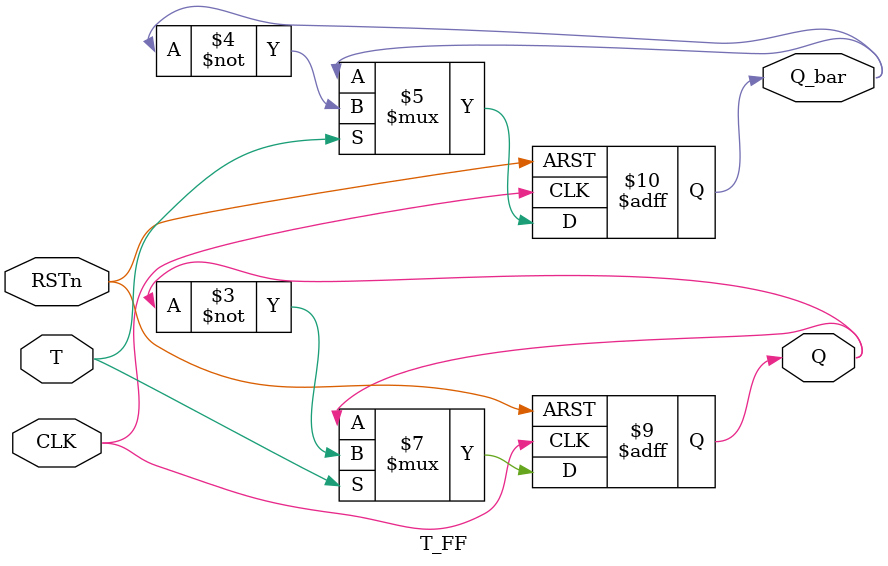
<source format=v>
module T_FF (T, RSTn, CLK, Q, Q_bar);
	input  T, RSTn, CLK;
	output reg Q, Q_bar;

	always @(posedge CLK or negedge RSTn) begin

		if (~RSTn) begin
		 	Q <= 0;
			Q_bar <= 1;
		end
		else if (T)begin
			Q <= ~Q;
			Q_bar <= ~Q_bar;
		end
	end

endmodule
</source>
